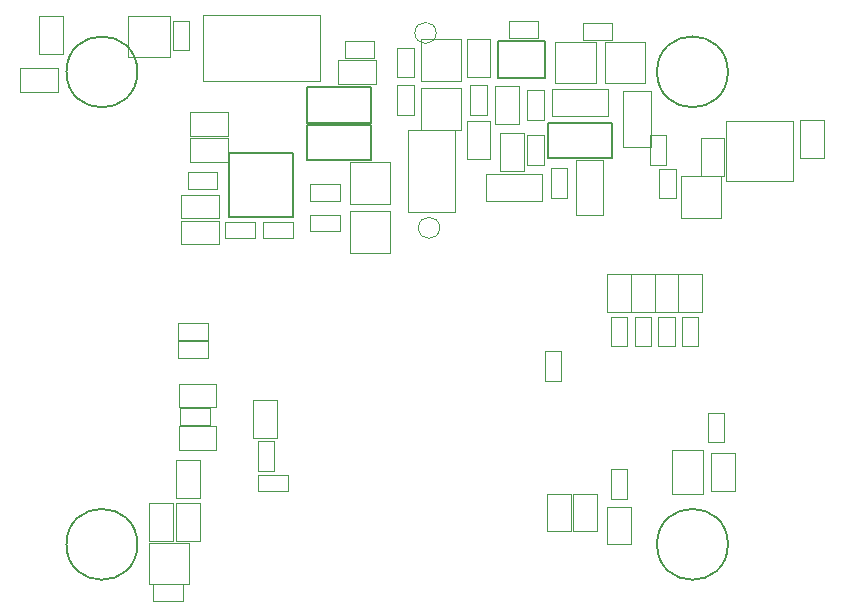
<source format=gbr>
G04 #@! TF.FileFunction,Other,User*
%FSLAX46Y46*%
G04 Gerber Fmt 4.6, Leading zero omitted, Abs format (unit mm)*
G04 Created by KiCad (PCBNEW 4.0.6) date 12/05/17 21:33:24*
%MOMM*%
%LPD*%
G01*
G04 APERTURE LIST*
%ADD10C,1.000000*%
%ADD11C,0.050000*%
%ADD12C,0.200000*%
%ADD13C,0.100000*%
%ADD14C,0.150000*%
G04 APERTURE END LIST*
D10*
D11*
X57200000Y-53500000D02*
X57200000Y-50300000D01*
X57200000Y-53500000D02*
X59200000Y-53500000D01*
X59200000Y-50300000D02*
X57200000Y-50300000D01*
X59200000Y-50300000D02*
X59200000Y-53500000D01*
D12*
X65500000Y-55000000D02*
G75*
G03X65500000Y-55000000I-3000000J0D01*
G01*
D13*
X110800000Y-87000000D02*
X113400000Y-87000000D01*
X110800000Y-90750000D02*
X110800000Y-87000000D01*
X113400000Y-90750000D02*
X110800000Y-90750000D01*
X113400000Y-87000000D02*
X113400000Y-90750000D01*
D11*
X101400000Y-78650000D02*
X101400000Y-81150000D01*
X101400000Y-78650000D02*
X100000000Y-78650000D01*
X100000000Y-81150000D02*
X101400000Y-81150000D01*
X100000000Y-81150000D02*
X100000000Y-78650000D01*
D12*
X115500000Y-95000000D02*
G75*
G03X115500000Y-95000000I-3000000J0D01*
G01*
D11*
X66850000Y-98400000D02*
X69350000Y-98400000D01*
X66850000Y-98400000D02*
X66850000Y-99800000D01*
X69350000Y-99800000D02*
X69350000Y-98400000D01*
X69350000Y-99800000D02*
X66850000Y-99800000D01*
X66500000Y-94850000D02*
X69900000Y-94850000D01*
X69900000Y-94850000D02*
X69900000Y-98350000D01*
X69900000Y-98350000D02*
X66500000Y-98350000D01*
X66500000Y-98350000D02*
X66500000Y-94850000D01*
D12*
X65500000Y-95000000D02*
G75*
G03X65500000Y-95000000I-3000000J0D01*
G01*
X79900000Y-56300000D02*
X85300000Y-56300000D01*
X85300000Y-56300000D02*
X85300000Y-59300000D01*
X85300000Y-59300000D02*
X79900000Y-59300000D01*
X79900000Y-59300000D02*
X79900000Y-56300000D01*
X85300000Y-62500000D02*
X79900000Y-62500000D01*
X79900000Y-62500000D02*
X79900000Y-59500000D01*
X79900000Y-59500000D02*
X85300000Y-59500000D01*
X85300000Y-59500000D02*
X85300000Y-62500000D01*
D13*
X71100000Y-55800000D02*
X81000000Y-55800000D01*
X71100000Y-50150000D02*
X71100000Y-55800000D01*
X81000000Y-50150000D02*
X71100000Y-50150000D01*
X81000000Y-55800000D02*
X81000000Y-50150000D01*
D12*
X78700000Y-61900000D02*
X78700000Y-67300000D01*
X78700000Y-67300000D02*
X73300000Y-67300000D01*
X73300000Y-67300000D02*
X73300000Y-61900000D01*
X73300000Y-61900000D02*
X78700000Y-61900000D01*
D11*
X99750000Y-65950000D02*
X95050000Y-65950000D01*
X95050000Y-65950000D02*
X95050000Y-63650000D01*
X95050000Y-63650000D02*
X99750000Y-63650000D01*
X99750000Y-65950000D02*
X99750000Y-63650000D01*
X106650000Y-61350000D02*
X106650000Y-56650000D01*
X106650000Y-56650000D02*
X108950000Y-56650000D01*
X108950000Y-56650000D02*
X108950000Y-61350000D01*
X106650000Y-61350000D02*
X108950000Y-61350000D01*
X92400000Y-59910000D02*
X92400000Y-66890000D01*
X92400000Y-59910000D02*
X88400000Y-59910000D01*
X88400000Y-66890000D02*
X92400000Y-66890000D01*
X88400000Y-66890000D02*
X88400000Y-59910000D01*
X90800000Y-51700000D02*
G75*
G03X90800000Y-51700000I-900000J0D01*
G01*
X91100000Y-68200000D02*
G75*
G03X91100000Y-68200000I-900000J0D01*
G01*
D14*
X96000000Y-55550000D02*
X96000000Y-52350000D01*
X100000000Y-55550000D02*
X96000000Y-55550000D01*
X100000000Y-52350000D02*
X100000000Y-55550000D01*
X96000000Y-52350000D02*
X100000000Y-52350000D01*
D11*
X121000000Y-59150000D02*
X121000000Y-64250000D01*
X121000000Y-59150000D02*
X115300000Y-59150000D01*
X115300000Y-64250000D02*
X121000000Y-64250000D01*
X115300000Y-64250000D02*
X115300000Y-59150000D01*
D12*
X105700000Y-62300000D02*
X100300000Y-62300000D01*
X100300000Y-62300000D02*
X100300000Y-59300000D01*
X100300000Y-59300000D02*
X105700000Y-59300000D01*
X105700000Y-59300000D02*
X105700000Y-62300000D01*
D11*
X100650000Y-56450000D02*
X105350000Y-56450000D01*
X105350000Y-56450000D02*
X105350000Y-58750000D01*
X105350000Y-58750000D02*
X100650000Y-58750000D01*
X100650000Y-56450000D02*
X100650000Y-58750000D01*
D12*
X115500000Y-55000000D02*
G75*
G03X115500000Y-55000000I-3000000J0D01*
G01*
D11*
X104950000Y-62450000D02*
X104950000Y-67150000D01*
X104950000Y-67150000D02*
X102650000Y-67150000D01*
X102650000Y-67150000D02*
X102650000Y-62450000D01*
X104950000Y-62450000D02*
X102650000Y-62450000D01*
X68500000Y-91500000D02*
X68500000Y-94700000D01*
X68500000Y-91500000D02*
X66500000Y-91500000D01*
X66500000Y-94700000D02*
X68500000Y-94700000D01*
X66500000Y-94700000D02*
X66500000Y-91500000D01*
X97800000Y-56200000D02*
X97800000Y-59400000D01*
X97800000Y-56200000D02*
X95800000Y-56200000D01*
X95800000Y-59400000D02*
X97800000Y-59400000D01*
X95800000Y-59400000D02*
X95800000Y-56200000D01*
X96200000Y-63400000D02*
X96200000Y-60200000D01*
X96200000Y-63400000D02*
X98200000Y-63400000D01*
X98200000Y-60200000D02*
X96200000Y-60200000D01*
X98200000Y-60200000D02*
X98200000Y-63400000D01*
X95400000Y-59200000D02*
X95400000Y-62400000D01*
X95400000Y-59200000D02*
X93400000Y-59200000D01*
X93400000Y-62400000D02*
X95400000Y-62400000D01*
X93400000Y-62400000D02*
X93400000Y-59200000D01*
X102200000Y-90700000D02*
X102200000Y-93900000D01*
X102200000Y-90700000D02*
X100200000Y-90700000D01*
X100200000Y-93900000D02*
X102200000Y-93900000D01*
X100200000Y-93900000D02*
X100200000Y-90700000D01*
X70800000Y-91500000D02*
X70800000Y-94700000D01*
X70800000Y-91500000D02*
X68800000Y-91500000D01*
X68800000Y-94700000D02*
X70800000Y-94700000D01*
X68800000Y-94700000D02*
X68800000Y-91500000D01*
X55600000Y-54700000D02*
X58800000Y-54700000D01*
X55600000Y-54700000D02*
X55600000Y-56700000D01*
X58800000Y-56700000D02*
X58800000Y-54700000D01*
X58800000Y-56700000D02*
X55600000Y-56700000D01*
X69000000Y-85000000D02*
X72200000Y-85000000D01*
X69000000Y-85000000D02*
X69000000Y-87000000D01*
X72200000Y-87000000D02*
X72200000Y-85000000D01*
X72200000Y-87000000D02*
X69000000Y-87000000D01*
X68800000Y-91100000D02*
X68800000Y-87900000D01*
X68800000Y-91100000D02*
X70800000Y-91100000D01*
X70800000Y-87900000D02*
X68800000Y-87900000D01*
X70800000Y-87900000D02*
X70800000Y-91100000D01*
X116100000Y-87300000D02*
X116100000Y-90500000D01*
X116100000Y-87300000D02*
X114100000Y-87300000D01*
X114100000Y-90500000D02*
X116100000Y-90500000D01*
X114100000Y-90500000D02*
X114100000Y-87300000D01*
X104400000Y-90700000D02*
X104400000Y-93900000D01*
X104400000Y-90700000D02*
X102400000Y-90700000D01*
X102400000Y-93900000D02*
X104400000Y-93900000D01*
X102400000Y-93900000D02*
X102400000Y-90700000D01*
X82500000Y-54000000D02*
X85700000Y-54000000D01*
X82500000Y-54000000D02*
X82500000Y-56000000D01*
X85700000Y-56000000D02*
X85700000Y-54000000D01*
X85700000Y-56000000D02*
X82500000Y-56000000D01*
X123600000Y-59050000D02*
X123600000Y-62250000D01*
X123600000Y-59050000D02*
X121600000Y-59050000D01*
X121600000Y-62250000D02*
X123600000Y-62250000D01*
X121600000Y-62250000D02*
X121600000Y-59050000D01*
X113200000Y-63800000D02*
X113200000Y-60600000D01*
X113200000Y-63800000D02*
X115200000Y-63800000D01*
X115200000Y-60600000D02*
X113200000Y-60600000D01*
X115200000Y-60600000D02*
X115200000Y-63800000D01*
X73200000Y-62600000D02*
X70000000Y-62600000D01*
X73200000Y-62600000D02*
X73200000Y-60600000D01*
X70000000Y-60600000D02*
X70000000Y-62600000D01*
X70000000Y-60600000D02*
X73200000Y-60600000D01*
X73200000Y-60400000D02*
X70000000Y-60400000D01*
X73200000Y-60400000D02*
X73200000Y-58400000D01*
X70000000Y-58400000D02*
X70000000Y-60400000D01*
X70000000Y-58400000D02*
X73200000Y-58400000D01*
X105300000Y-95000000D02*
X105300000Y-91800000D01*
X105300000Y-95000000D02*
X107300000Y-95000000D01*
X107300000Y-91800000D02*
X105300000Y-91800000D01*
X107300000Y-91800000D02*
X107300000Y-95000000D01*
X109300000Y-72100000D02*
X109300000Y-75300000D01*
X109300000Y-72100000D02*
X107300000Y-72100000D01*
X107300000Y-75300000D02*
X109300000Y-75300000D01*
X107300000Y-75300000D02*
X107300000Y-72100000D01*
X113300000Y-72100000D02*
X113300000Y-75300000D01*
X113300000Y-72100000D02*
X111300000Y-72100000D01*
X111300000Y-75300000D02*
X113300000Y-75300000D01*
X111300000Y-75300000D02*
X111300000Y-72100000D01*
X111300000Y-72100000D02*
X111300000Y-75300000D01*
X111300000Y-72100000D02*
X109300000Y-72100000D01*
X109300000Y-75300000D02*
X111300000Y-75300000D01*
X109300000Y-75300000D02*
X109300000Y-72100000D01*
X107300000Y-72100000D02*
X107300000Y-75300000D01*
X107300000Y-72100000D02*
X105300000Y-72100000D01*
X105300000Y-75300000D02*
X107300000Y-75300000D01*
X105300000Y-75300000D02*
X105300000Y-72100000D01*
X77300000Y-82800000D02*
X77300000Y-86000000D01*
X77300000Y-82800000D02*
X75300000Y-82800000D01*
X75300000Y-86000000D02*
X77300000Y-86000000D01*
X75300000Y-86000000D02*
X75300000Y-82800000D01*
X95400000Y-52200000D02*
X95400000Y-55400000D01*
X95400000Y-52200000D02*
X93400000Y-52200000D01*
X93400000Y-55400000D02*
X95400000Y-55400000D01*
X93400000Y-55400000D02*
X93400000Y-52200000D01*
X69000000Y-81400000D02*
X72200000Y-81400000D01*
X69000000Y-81400000D02*
X69000000Y-83400000D01*
X72200000Y-83400000D02*
X72200000Y-81400000D01*
X72200000Y-83400000D02*
X69000000Y-83400000D01*
X69200000Y-65400000D02*
X72400000Y-65400000D01*
X69200000Y-65400000D02*
X69200000Y-67400000D01*
X72400000Y-67400000D02*
X72400000Y-65400000D01*
X72400000Y-67400000D02*
X69200000Y-67400000D01*
X69200000Y-67600000D02*
X72400000Y-67600000D01*
X69200000Y-67600000D02*
X69200000Y-69600000D01*
X72400000Y-69600000D02*
X72400000Y-67600000D01*
X72400000Y-69600000D02*
X69200000Y-69600000D01*
X110300000Y-60350000D02*
X110300000Y-62850000D01*
X110300000Y-60350000D02*
X108900000Y-60350000D01*
X108900000Y-62850000D02*
X110300000Y-62850000D01*
X108900000Y-62850000D02*
X108900000Y-60350000D01*
X68500000Y-53150000D02*
X68500000Y-50650000D01*
X68500000Y-53150000D02*
X69900000Y-53150000D01*
X69900000Y-50650000D02*
X68500000Y-50650000D01*
X69900000Y-50650000D02*
X69900000Y-53150000D01*
X71650000Y-84900000D02*
X69150000Y-84900000D01*
X71650000Y-84900000D02*
X71650000Y-83500000D01*
X69150000Y-83500000D02*
X69150000Y-84900000D01*
X69150000Y-83500000D02*
X71650000Y-83500000D01*
X71450000Y-77700000D02*
X68950000Y-77700000D01*
X71450000Y-77700000D02*
X71450000Y-76300000D01*
X68950000Y-76300000D02*
X68950000Y-77700000D01*
X68950000Y-76300000D02*
X71450000Y-76300000D01*
X71450000Y-79200000D02*
X68950000Y-79200000D01*
X71450000Y-79200000D02*
X71450000Y-77800000D01*
X68950000Y-77800000D02*
X68950000Y-79200000D01*
X68950000Y-77800000D02*
X71450000Y-77800000D01*
X105700000Y-52300000D02*
X103200000Y-52300000D01*
X105700000Y-52300000D02*
X105700000Y-50900000D01*
X103200000Y-50900000D02*
X103200000Y-52300000D01*
X103200000Y-50900000D02*
X105700000Y-50900000D01*
X99900000Y-60350000D02*
X99900000Y-62850000D01*
X99900000Y-60350000D02*
X98500000Y-60350000D01*
X98500000Y-62850000D02*
X99900000Y-62850000D01*
X98500000Y-62850000D02*
X98500000Y-60350000D01*
X93700000Y-58650000D02*
X93700000Y-56150000D01*
X93700000Y-58650000D02*
X95100000Y-58650000D01*
X95100000Y-56150000D02*
X93700000Y-56150000D01*
X95100000Y-56150000D02*
X95100000Y-58650000D01*
X88900000Y-52950000D02*
X88900000Y-55450000D01*
X88900000Y-52950000D02*
X87500000Y-52950000D01*
X87500000Y-55450000D02*
X88900000Y-55450000D01*
X87500000Y-55450000D02*
X87500000Y-52950000D01*
X87500000Y-58650000D02*
X87500000Y-56150000D01*
X87500000Y-58650000D02*
X88900000Y-58650000D01*
X88900000Y-56150000D02*
X87500000Y-56150000D01*
X88900000Y-56150000D02*
X88900000Y-58650000D01*
X105600000Y-78250000D02*
X105600000Y-75750000D01*
X105600000Y-78250000D02*
X107000000Y-78250000D01*
X107000000Y-75750000D02*
X105600000Y-75750000D01*
X107000000Y-75750000D02*
X107000000Y-78250000D01*
X109600000Y-78250000D02*
X109600000Y-75750000D01*
X109600000Y-78250000D02*
X111000000Y-78250000D01*
X111000000Y-75750000D02*
X109600000Y-75750000D01*
X111000000Y-75750000D02*
X111000000Y-78250000D01*
X111600000Y-78250000D02*
X111600000Y-75750000D01*
X111600000Y-78250000D02*
X113000000Y-78250000D01*
X113000000Y-75750000D02*
X111600000Y-75750000D01*
X113000000Y-75750000D02*
X113000000Y-78250000D01*
X107600000Y-78250000D02*
X107600000Y-75750000D01*
X107600000Y-78250000D02*
X109000000Y-78250000D01*
X109000000Y-75750000D02*
X107600000Y-75750000D01*
X109000000Y-75750000D02*
X109000000Y-78250000D01*
X107000000Y-88650000D02*
X107000000Y-91150000D01*
X107000000Y-88650000D02*
X105600000Y-88650000D01*
X105600000Y-91150000D02*
X107000000Y-91150000D01*
X105600000Y-91150000D02*
X105600000Y-88650000D01*
X75700000Y-88750000D02*
X75700000Y-86250000D01*
X75700000Y-88750000D02*
X77100000Y-88750000D01*
X77100000Y-86250000D02*
X75700000Y-86250000D01*
X77100000Y-86250000D02*
X77100000Y-88750000D01*
X115200000Y-83850000D02*
X115200000Y-86350000D01*
X115200000Y-83850000D02*
X113800000Y-83850000D01*
X113800000Y-86350000D02*
X115200000Y-86350000D01*
X113800000Y-86350000D02*
X113800000Y-83850000D01*
X75750000Y-89100000D02*
X78250000Y-89100000D01*
X75750000Y-89100000D02*
X75750000Y-90500000D01*
X78250000Y-90500000D02*
X78250000Y-89100000D01*
X78250000Y-90500000D02*
X75750000Y-90500000D01*
X85550000Y-53800000D02*
X83050000Y-53800000D01*
X85550000Y-53800000D02*
X85550000Y-52400000D01*
X83050000Y-52400000D02*
X83050000Y-53800000D01*
X83050000Y-52400000D02*
X85550000Y-52400000D01*
X99900000Y-56550000D02*
X99900000Y-59050000D01*
X99900000Y-56550000D02*
X98500000Y-56550000D01*
X98500000Y-59050000D02*
X99900000Y-59050000D01*
X98500000Y-59050000D02*
X98500000Y-56550000D01*
X96950000Y-50700000D02*
X99450000Y-50700000D01*
X96950000Y-50700000D02*
X96950000Y-52100000D01*
X99450000Y-52100000D02*
X99450000Y-50700000D01*
X99450000Y-52100000D02*
X96950000Y-52100000D01*
X101900000Y-63150000D02*
X101900000Y-65650000D01*
X101900000Y-63150000D02*
X100500000Y-63150000D01*
X100500000Y-65650000D02*
X101900000Y-65650000D01*
X100500000Y-65650000D02*
X100500000Y-63150000D01*
X109700000Y-65700000D02*
X109700000Y-63200000D01*
X109700000Y-65700000D02*
X111100000Y-65700000D01*
X111100000Y-63200000D02*
X109700000Y-63200000D01*
X111100000Y-63200000D02*
X111100000Y-65700000D01*
X72250000Y-64900000D02*
X69750000Y-64900000D01*
X72250000Y-64900000D02*
X72250000Y-63500000D01*
X69750000Y-63500000D02*
X69750000Y-64900000D01*
X69750000Y-63500000D02*
X72250000Y-63500000D01*
X76150000Y-67700000D02*
X78650000Y-67700000D01*
X76150000Y-67700000D02*
X76150000Y-69100000D01*
X78650000Y-69100000D02*
X78650000Y-67700000D01*
X78650000Y-69100000D02*
X76150000Y-69100000D01*
X75450000Y-69100000D02*
X72950000Y-69100000D01*
X75450000Y-69100000D02*
X75450000Y-67700000D01*
X72950000Y-67700000D02*
X72950000Y-69100000D01*
X72950000Y-67700000D02*
X75450000Y-67700000D01*
X80150000Y-64500000D02*
X82650000Y-64500000D01*
X80150000Y-64500000D02*
X80150000Y-65900000D01*
X82650000Y-65900000D02*
X82650000Y-64500000D01*
X82650000Y-65900000D02*
X80150000Y-65900000D01*
X82650000Y-68500000D02*
X80150000Y-68500000D01*
X82650000Y-68500000D02*
X82650000Y-67100000D01*
X80150000Y-67100000D02*
X80150000Y-68500000D01*
X80150000Y-67100000D02*
X82650000Y-67100000D01*
X68250000Y-50300000D02*
X68250000Y-53700000D01*
X68250000Y-53700000D02*
X64750000Y-53700000D01*
X64750000Y-53700000D02*
X64750000Y-50300000D01*
X64750000Y-50300000D02*
X68250000Y-50300000D01*
X100900000Y-52450000D02*
X104300000Y-52450000D01*
X104300000Y-52450000D02*
X104300000Y-55950000D01*
X104300000Y-55950000D02*
X100900000Y-55950000D01*
X100900000Y-55950000D02*
X100900000Y-52450000D01*
X105100000Y-52450000D02*
X108500000Y-52450000D01*
X108500000Y-52450000D02*
X108500000Y-55950000D01*
X108500000Y-55950000D02*
X105100000Y-55950000D01*
X105100000Y-55950000D02*
X105100000Y-52450000D01*
X111500000Y-63850000D02*
X114900000Y-63850000D01*
X114900000Y-63850000D02*
X114900000Y-67350000D01*
X114900000Y-67350000D02*
X111500000Y-67350000D01*
X111500000Y-67350000D02*
X111500000Y-63850000D01*
X92900000Y-55750000D02*
X89500000Y-55750000D01*
X89500000Y-55750000D02*
X89500000Y-52250000D01*
X89500000Y-52250000D02*
X92900000Y-52250000D01*
X92900000Y-52250000D02*
X92900000Y-55750000D01*
X92900000Y-59900000D02*
X89500000Y-59900000D01*
X89500000Y-59900000D02*
X89500000Y-56400000D01*
X89500000Y-56400000D02*
X92900000Y-56400000D01*
X92900000Y-56400000D02*
X92900000Y-59900000D01*
X83500000Y-66800000D02*
X86900000Y-66800000D01*
X86900000Y-66800000D02*
X86900000Y-70300000D01*
X86900000Y-70300000D02*
X83500000Y-70300000D01*
X83500000Y-70300000D02*
X83500000Y-66800000D01*
X83500000Y-62650000D02*
X86900000Y-62650000D01*
X86900000Y-62650000D02*
X86900000Y-66150000D01*
X86900000Y-66150000D02*
X83500000Y-66150000D01*
X83500000Y-66150000D02*
X83500000Y-62650000D01*
M02*

</source>
